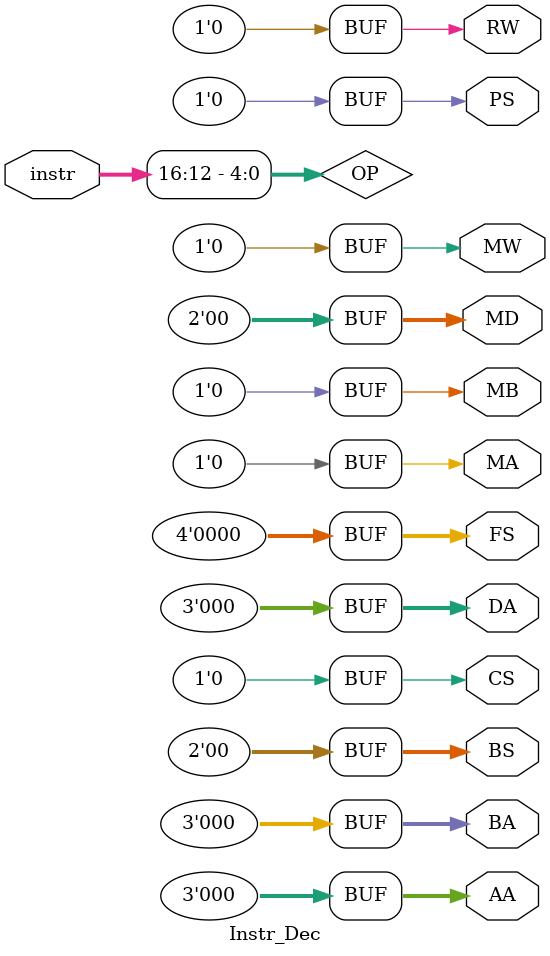
<source format=v>
`timescale 1ns / 1ps

module Instr_Dec(instr,RW,DA,MD,BS,PS,MW,FS,MA,MB,AA,BA,CS);
input wire [16:0] instr;
output reg RW, PS, MW, MA, MB, CS;
output reg [1:0] MD;
output reg [1:0] BS;
output reg [2:0] DA;
output reg [2:0] AA;
output reg [2:0] BA;
output reg [3:0] FS;
reg [4:0] OP;

always @(*) begin
OP <= instr[16:12];
case(OP)

    5'b00000: begin RW = 1'b0;PS = 1'b0; MW = 1'b0; MA = 1'b0; MB = 1'b0; CS = 1'b0; MD = 2'b0; BS = 2'b0; DA = 0; AA = 0; BA = 0; FS = 4'b0; end //NOP
    5'b00001: begin RW = 1'b1; PS = 1'b0; MW = 1'b0; MA = 1'b0; MB = 1'b1; CS = 1'b0; MD = 2'b0; BS = 2'b0; DA = instr[11:9]; AA = instr[8:6]; BA = 0; FS = 4'b0101;end//XOR-immediate
    5'b00010: begin RW = 1'b0; PS = 1'b0; MW = 1'b0; MA = 1'b1; MB = 1'b1; CS = 1'b1; MD = 2'b0; BS = 2'b01; DA = 0; AA = instr[8:6]; BA = 0; FS = 4'b0;end//BZ
    5'b00011: begin RW = 1'b0; PS = 1'b0; MW = 1'b0; MA = 1'b0; MB = 1'b0; CS = 1'b0; MD = 1'b0; BS = 2'b10; DA = 0; AA = instr[8:6]; BA = 0; FS = 4'b0;end//JR
    5'b00100: begin RW = 1'b1; PS = 1'b0; MW = 1'b0; MA = 1'b0; MB = 1'b0; CS = 1'b0; MD = 2'b0; BS = 2'b0; DA = instr[11:9]; AA = instr[8:6]; BA = instr[5:3]; FS = 4'b1111;end//Add
    5'b00101: begin RW = 1'b1; PS = 1'b0; MW = 1'b0; MA = 1'b0; MB = 1'b0; CS = 1'b0; MD = 2'b0; BS = 2'b0; DA = instr[11:9]; AA = instr[8:6]; BA = instr[5:3]; FS = 4'b11;end//AND
   // 5'b00110:input 
    5'b00111: begin RW = 1'b1; PS = 1'b0; MW = 1'b0; MA = 1'b0; MB = 1'b1; CS = 1'b0; MD = 2'b01; BS = 2'b0; DA = instr[11:9]; AA = instr[8:6]; BA = 0; FS = 4'b0;end//LD
    5'b01000: begin RW = 1'b1; PS = 1'b0; MW = 1'b0; MA = 1'b0; MB = 1'b0; CS = 1'b0; MD = 2'b0; BS = 2'b0; DA = instr[11:9]; AA = instr[8:6]; BA = instr[5:3]; FS = 4'b1;end//SUB
    5'b01001: begin RW = 1'b1; PS = 1'b0; MW = 1'b0; MA = 1'b0; MB = 1'b0; CS = 1'b0; MD = 2'b0; BS = 2'b0; DA = instr[11:9]; AA = instr[8:6]; BA = 0; FS = 4'b1000;end//CMP
    5'b01010: begin RW = 1'b1; PS = 1'b0; MW = 1'b0; MA = 1'b1; MB = 1'b1; CS = 1'b1; MD = 2'b0; BS = 2'b11; DA = instr[11:9]; AA = 0; BA = 0; FS = 4'b0;end//JL
    5'b01011: begin RW = 1'b1; PS = 1'b0; MW = 1'b0; MA = 1'b0; MB = 1'b1; CS = 1'b0; MD = 2'b0; BS = 2'b0; DA = instr[11:9]; AA = instr[8:6]; BA = 0; FS = 4'b1111;end//ADD imm unsigned
    5'b01100: begin RW = 1'b1; PS = 1'b0; MW = 1'b0; MA = 1'b0; MB = 1'b1; CS = 1'b0; MD = 2'b0; BS = 2'b0; DA = instr[11:9]; AA = instr[8:6]; BA =  instr[5:3]; FS = 4'b100;end//OR Imm
    5'b01101: begin RW = 1'b1; PS = 1'b0; MW = 1'b0; MA = 1'b0; MB = 1'b0; CS = 1'b0; MD = 1'b0; BS = 2'b0; DA = instr[11:9]; AA = 0; BA = 0; FS = 4'b0;end//ST
   // 5'b01110:output 
    5'b01111: begin RW = 1'b1; PS = 1'b0; MW = 1'b0; MA = 1'b0; MB = 1'b0; CS = 1'b0; MD = 2'b0; BS = 2'b0; DA = instr[11:9]; AA = instr[8:6]; BA = instr[5:3]; FS = 4'b111;end//Set if less than
    5'b10000: begin RW = 1'b1; PS = 1'b0; MW = 1'b0; MA = 1'b0; MB = 1'b0; CS = 1'b1; MD = 2'b0; BS = 2'b0; DA = instr[11:9]; AA = instr[8:6]; BA = 0; FS = 4'b0;end//Move
    5'b10001: begin RW = 1'b1; PS = 1'b0; MW = 1'b0; MA = 1'b0; MB = 1'b1; CS = 1'b1; MD = 2'b0; BS = 2'b0; DA = instr[11:9]; AA = instr[8:6]; BA = 0; FS = 4'b1111;end//ADD Imm
    5'b10010: begin RW = 1'b0; PS = 1'b1; MW = 1'b0; MA = 1'b1; MB = 1'b1; CS = 1'b1; MD = 2'b0; BS = 2'b01; DA = instr[11:9]; AA = 0; BA = 0; FS = 4'b0;end//BNZ
    5'b10011: begin RW = 1'b1; PS = 1'b0; MW = 1'b0; MA = 1'b0; MB = 1'b0; CS = 1'b0; MD = 2'b0; BS = 2'b0; DA = instr[11:9]; AA = instr[8:6]; BA = 0; FS = 4'b110;end//Logical Shift left
    5'b10100: begin RW = 1'b0; PS = 1'b0; MW = 1'b0; MA = 1'b1; MB = 1'b1; CS = 1'b1; MD = 2'b0; BS = 2'b11; DA = 0; AA = 0; BA = 0; FS = 4'b0;end//Jump
    default: begin RW = 1'b0;PS = 1'b0; MW = 1'b0; MA = 1'b0; MB = 1'b0; CS = 1'b0; MD = 2'b0; BS = 2'b0; DA = 0; AA = 0; BA = 0; FS = 4'b0;end
endcase
end
endmodule

    
    
 
    



</source>
